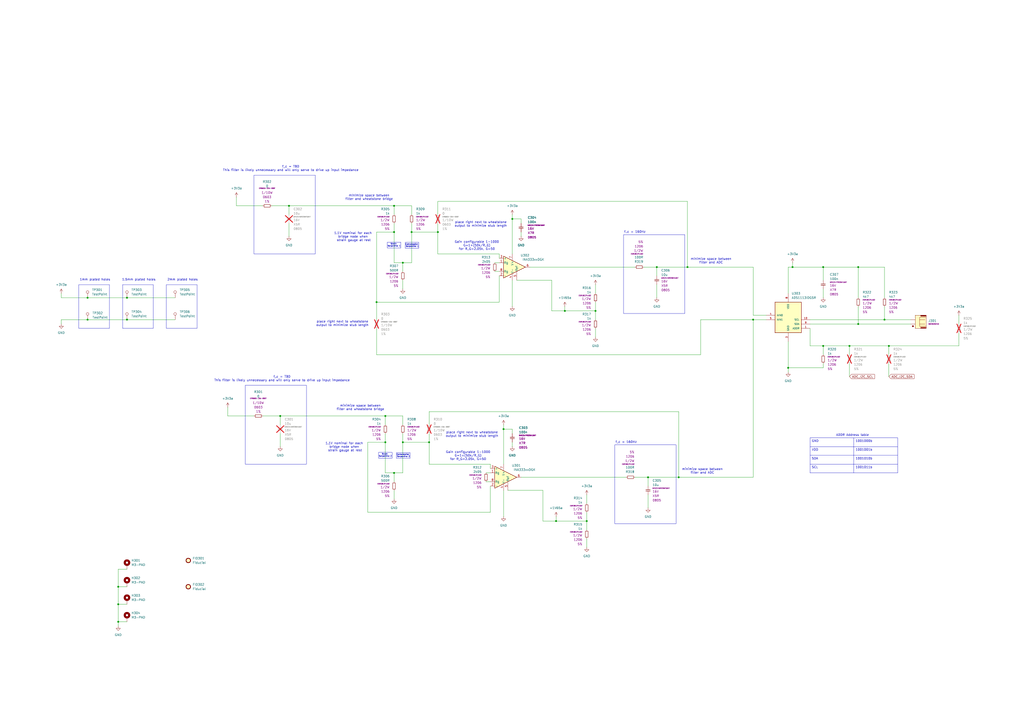
<source format=kicad_sch>
(kicad_sch (version 20250114) (generator "eeschema") (generator_version "9.0")
  (paper "A2")
  (rectangle (start 96.52 165.1) (end 114.3 190.5))
  (rectangle (start 229.9943 262.539) (end 237.8507 265.8999))
  (rectangle (start 235.0743 140.619) (end 242.9307 143.9799))
  (rectangle (start 224.6556 140.5157) (end 232.5373 143.8592))
  (rectangle (start 142.24 223.52) (end 177.8 269.24))
  (rectangle (start 45.72 165.1) (end 63.5 190.5))
  (rectangle (start 219.5756 262.4357) (end 227.4573 265.7792))
  (rectangle (start 361.696 136.144) (end 397.256 181.864))
  (rectangle (start 356.616 258.064) (end 392.176 303.784))
  (rectangle (start 71.12 165.1) (end 88.9 190.5))
  (rectangle (start 147.32 101.6) (end 182.88 147.32))
  (text "place right next to wheatstone\noutput to minimize stub length" (at 198.628 187.706 0) (effects (font (size 1.27 1.27))))
  (text "2mm plated holes\n" (at 105.918 162.306 0) (effects (font (size 1.27 1.27))))
  (text "Gain configurable 1-1000\nG=1+(50k/R_G)\nfor R_G=2.05k, G=50" (at 276.606 142.494 0) (effects (font (size 1.27 1.27))))
  (text "Compression \nSerpentine 1" (at 239.1227 142.4586 0) (effects (font (size 0.762 0.762))))
  (text "Strain \nSerpentine 2" (at 223.52 264.16 0) (effects (font (size 0.762 0.762))))
  (text "f_c = 160Hz" (at 368.3 134.62 0) (effects (font (size 1.27 1.27))))
  (text "Compression \nSerpentine 2" (at 234.0427 264.3786 0) (effects (font (size 0.762 0.762))))
  (text "1mm plated holes\n" (at 55.118 162.306 0) (effects (font (size 1.27 1.27))))
  (text "f_c = TBD\nThis filter is likely unnecessary and will only serve to drive up input impedance" (at 168.656 97.79 0) (effects (font (size 1.27 1.27))))
  (text "Gain configurable 1-1000\nG=1+(50k/R_G)\nfor R_G=2.05k, G=50" (at 271.526 264.414 0) (effects (font (size 1.27 1.27))))
  (text "f_c = TBD\nThis filter is likely unnecessary and will only serve to drive up input impedance" (at 163.576 219.71 0) (effects (font (size 1.27 1.27))))
  (text "place right next to wheatstone\noutput to minimize stub length" (at 278.892 130.048 0) (effects (font (size 1.27 1.27))))
  (text "minimize space between\nfilter and ADC\n" (at 412.496 151.384 0) (effects (font (size 1.27 1.27))))
  (text "1.5mm plated holes\n" (at 80.518 162.306 0) (effects (font (size 1.27 1.27))))
  (text "place right next to wheatstone\noutput to minimize stub length" (at 273.812 251.968 0) (effects (font (size 1.27 1.27))))
  (text "f_c = 160Hz" (at 363.22 256.54 0) (effects (font (size 1.27 1.27))))
  (text "1.1V nominal for each \nbridge node when \nstrain gauge at rest" (at 200.152 259.334 0) (effects (font (size 1.27 1.27))))
  (text "minimize space between\nfilter and wheatstone bridge" (at 209.042 236.474 0) (effects (font (size 1.27 1.27))))
  (text "1.1V nominal for each \nbridge node when \nstrain gauge at rest" (at 205.232 137.414 0) (effects (font (size 1.27 1.27))))
  (text "minimize space between\nfilter and ADC\n" (at 407.416 273.304 0) (effects (font (size 1.27 1.27))))
  (text "Strain \nSerpentine 1" (at 228.6 142.24 0) (effects (font (size 0.762 0.762))))
  (text "ADDR Address table" (at 494.538 252.476 0) (effects (font (size 1.27 1.27))))
  (text "minimize space between\nfilter and wheatstone bridge" (at 214.122 114.554 0) (effects (font (size 1.27 1.27))))
  (junction (at 513.08 185.42))
  (junction (at 327.66 180.34))
  (junction (at 228.6 119.38))
  (junction (at 233.68 152.4))
  (junction (at 50.8 185.42))
  (junction (at 167.64 119.38))
  (junction (at 497.84 154.94))
  (junction (at 393.7 276.86))
  (junction (at 457.2 213.36))
  (junction (at 515.62 200.66))
  (junction (at 477.52 200.66))
  (junction (at 398.78 154.94))
  (junction (at 73.66 185.42))
  (junction (at 381 154.94))
  (junction (at 322.58 302.26))
  (junction (at 345.44 180.34))
  (junction (at 477.52 154.94))
  (junction (at 248.92 256.54))
  (junction (at 497.84 187.96))
  (junction (at 223.52 256.54))
  (junction (at 68.58 350.52))
  (junction (at 218.44 175.26))
  (junction (at 228.6 274.32))
  (junction (at 340.36 302.26))
  (junction (at 436.88 185.42))
  (junction (at 228.6 134.62))
  (junction (at 68.58 340.36))
  (junction (at 238.76 134.62))
  (junction (at 292.1 248.92))
  (junction (at 233.68 256.54))
  (junction (at 68.58 360.68))
  (junction (at 50.8 172.72))
  (junction (at 297.18 127))
  (junction (at 492.76 200.66))
  (junction (at 375.92 276.86))
  (junction (at 73.66 172.72))
  (junction (at 254 134.62))
  (junction (at 162.56 241.3))
  (junction (at 459.74 154.94))
  (junction (at 223.52 241.3))
  (wire (pts (xy 436.88 182.88) (xy 444.5 182.88)))
  (wire (pts (xy 35.56 170.18) (xy 35.56 172.72)))
  (wire (pts (xy 513.08 172.72) (xy 513.08 154.94)))
  (wire (pts (xy 314.96 302.26) (xy 322.58 302.26)))
  (wire (pts (xy 297.18 251.46) (xy 297.18 248.92)))
  (wire (pts (xy 73.66 360.68) (xy 68.58 360.68)))
  (wire (pts (xy 381 165.1) (xy 381 172.72)))
  (wire (pts (xy 287.02 152.4) (xy 289.56 152.4)))
  (wire (pts (xy 50.8 172.72) (xy 73.66 172.72)))
  (wire (pts (xy 73.66 172.72) (xy 101.6 172.72)))
  (wire (pts (xy 375.92 276.86) (xy 375.92 281.94)))
  (wire (pts (xy 492.76 200.66) (xy 515.62 200.66)))
  (wire (pts (xy 68.58 350.52) (xy 68.58 360.68)))
  (wire (pts (xy 284.48 269.24) (xy 284.48 271.78)))
  (wire (pts (xy 223.52 251.46) (xy 223.52 256.54)))
  (wire (pts (xy 287.02 157.48) (xy 289.56 157.48)))
  (wire (pts (xy 167.64 119.38) (xy 228.6 119.38)))
  (wire (pts (xy 228.6 119.38) (xy 228.6 124.46)))
  (wire (pts (xy 469.9 185.42) (xy 513.08 185.42)))
  (wire (pts (xy 497.84 172.72) (xy 497.84 154.94)))
  (wire (pts (xy 218.44 205.74) (xy 218.44 190.5)))
  (wire (pts (xy 162.56 251.46) (xy 162.56 259.08)))
  (wire (pts (xy 457.2 154.94) (xy 457.2 170.18)))
  (wire (pts (xy 223.52 256.54) (xy 213.36 256.54)))
  (wire (pts (xy 444.5 185.42) (xy 436.88 185.42)))
  (wire (pts (xy 477.52 154.94) (xy 477.52 162.56)))
  (wire (pts (xy 223.52 256.54) (xy 223.52 274.32)))
  (wire (pts (xy 152.4 241.3) (xy 162.56 241.3)))
  (wire (pts (xy 459.74 152.4) (xy 459.74 154.94)))
  (wire (pts (xy 398.78 154.94) (xy 436.88 154.94)))
  (wire (pts (xy 284.48 297.18) (xy 284.48 281.94)))
  (wire (pts (xy 345.44 190.5) (xy 345.44 195.58)))
  (wire (pts (xy 248.92 256.54) (xy 248.92 251.46)))
  (wire (pts (xy 228.6 119.38) (xy 238.76 119.38)))
  (wire (pts (xy 157.48 119.38) (xy 167.64 119.38)))
  (wire (pts (xy 515.62 205.74) (xy 515.62 200.66)))
  (wire (pts (xy 340.36 297.18) (xy 340.36 302.26)))
  (wire (pts (xy 302.26 127) (xy 297.18 127)))
  (wire (pts (xy 162.56 241.3) (xy 162.56 246.38)))
  (wire (pts (xy 248.92 238.76) (xy 393.7 238.76)))
  (wire (pts (xy 68.58 330.2) (xy 68.58 340.36)))
  (wire (pts (xy 228.6 129.54) (xy 228.6 134.62)))
  (wire (pts (xy 35.56 187.96) (xy 35.56 185.42)))
  (wire (pts (xy 167.64 129.54) (xy 167.64 137.16)))
  (wire (pts (xy 314.96 302.26) (xy 314.96 284.48)))
  (wire (pts (xy 73.66 330.2) (xy 68.58 330.2)))
  (wire (pts (xy 340.36 312.42) (xy 340.36 317.5)))
  (wire (pts (xy 68.58 340.36) (xy 73.66 340.36)))
  (wire (pts (xy 477.52 167.64) (xy 477.52 172.72)))
  (wire (pts (xy 515.62 200.66) (xy 556.26 200.66)))
  (wire (pts (xy 292.1 248.92) (xy 292.1 269.24)))
  (wire (pts (xy 459.74 154.94) (xy 477.52 154.94)))
  (wire (pts (xy 297.18 124.46) (xy 297.18 127)))
  (wire (pts (xy 302.26 134.62) (xy 302.26 137.16)))
  (wire (pts (xy 327.66 180.34) (xy 345.44 180.34)))
  (wire (pts (xy 477.52 200.66) (xy 469.9 200.66)))
  (wire (pts (xy 457.2 215.9) (xy 457.2 213.36)))
  (wire (pts (xy 228.6 274.32) (xy 228.6 279.4)))
  (wire (pts (xy 137.16 119.38) (xy 152.4 119.38)))
  (wire (pts (xy 223.52 241.3) (xy 233.68 241.3)))
  (wire (pts (xy 497.84 177.8) (xy 497.84 187.96)))
  (wire (pts (xy 297.18 248.92) (xy 292.1 248.92)))
  (wire (pts (xy 228.6 284.48) (xy 228.6 289.56)))
  (wire (pts (xy 292.1 284.48) (xy 292.1 299.72)))
  (wire (pts (xy 345.44 180.34) (xy 345.44 185.42)))
  (wire (pts (xy 457.2 213.36) (xy 477.52 213.36)))
  (wire (pts (xy 35.56 185.42) (xy 50.8 185.42)))
  (wire (pts (xy 375.92 276.86) (xy 393.7 276.86)))
  (wire (pts (xy 320.04 180.34) (xy 327.66 180.34)))
  (wire (pts (xy 73.66 185.42) (xy 101.6 185.42)))
  (wire (pts (xy 233.68 152.4) (xy 238.76 152.4)))
  (wire (pts (xy 393.7 276.86) (xy 436.88 276.86)))
  (wire (pts (xy 248.92 246.38) (xy 248.92 238.76)))
  (wire (pts (xy 477.52 154.94) (xy 497.84 154.94)))
  (wire (pts (xy 345.44 165.1) (xy 345.44 170.18)))
  (wire (pts (xy 223.52 241.3) (xy 223.52 246.38)))
  (wire (pts (xy 167.64 119.38) (xy 167.64 124.46)))
  (wire (pts (xy 233.68 152.4) (xy 233.68 157.48)))
  (wire (pts (xy 248.92 256.54) (xy 248.92 269.24)))
  (wire (pts (xy 248.92 269.24) (xy 284.48 269.24)))
  (wire (pts (xy 132.08 236.22) (xy 132.08 241.3)))
  (wire (pts (xy 289.56 147.32) (xy 289.56 149.86)))
  (wire (pts (xy 381 154.94) (xy 398.78 154.94)))
  (wire (pts (xy 228.6 134.62) (xy 228.6 152.4)))
  (wire (pts (xy 297.18 162.56) (xy 297.18 177.8)))
  (wire (pts (xy 340.36 302.26) (xy 340.36 307.34)))
  (wire (pts (xy 35.56 172.72) (xy 50.8 172.72)))
  (wire (pts (xy 233.68 241.3) (xy 233.68 246.38)))
  (wire (pts (xy 281.94 279.4) (xy 284.48 279.4)))
  (wire (pts (xy 223.52 274.32) (xy 228.6 274.32)))
  (wire (pts (xy 436.88 154.94) (xy 436.88 182.88)))
  (wire (pts (xy 233.68 251.46) (xy 233.68 256.54)))
  (wire (pts (xy 238.76 134.62) (xy 254 134.62)))
  (wire (pts (xy 238.76 119.38) (xy 238.76 124.46)))
  (wire (pts (xy 556.26 193.04) (xy 556.26 200.66)))
  (wire (pts (xy 307.34 154.94) (xy 368.3 154.94)))
  (wire (pts (xy 322.58 302.26) (xy 340.36 302.26)))
  (wire (pts (xy 213.36 297.18) (xy 284.48 297.18)))
  (wire (pts (xy 492.76 210.82) (xy 492.76 218.44)))
  (wire (pts (xy 381 154.94) (xy 381 160.02)))
  (wire (pts (xy 373.38 154.94) (xy 381 154.94)))
  (wire (pts (xy 322.58 299.72) (xy 322.58 302.26)))
  (wire (pts (xy 228.6 152.4) (xy 233.68 152.4)))
  (wire (pts (xy 218.44 134.62) (xy 218.44 175.26)))
  (wire (pts (xy 281.94 274.32) (xy 284.48 274.32)))
  (wire (pts (xy 289.56 175.26) (xy 289.56 160.02)))
  (wire (pts (xy 513.08 185.42) (xy 528.32 185.42)))
  (wire (pts (xy 469.9 187.96) (xy 497.84 187.96)))
  (wire (pts (xy 292.1 246.38) (xy 292.1 248.92)))
  (wire (pts (xy 497.84 187.96) (xy 528.32 187.96)))
  (wire (pts (xy 492.76 205.74) (xy 492.76 200.66)))
  (wire (pts (xy 297.18 127) (xy 297.18 147.32)))
  (wire (pts (xy 477.52 210.82) (xy 477.52 213.36)))
  (wire (pts (xy 406.4 205.74) (xy 218.44 205.74)))
  (wire (pts (xy 50.8 185.42) (xy 73.66 185.42)))
  (wire (pts (xy 238.76 134.62) (xy 238.76 152.4)))
  (wire (pts (xy 556.26 182.88) (xy 556.26 187.96)))
  (wire (pts (xy 375.92 287.02) (xy 375.92 294.64)))
  (wire (pts (xy 457.2 154.94) (xy 459.74 154.94)))
  (wire (pts (xy 457.2 198.12) (xy 457.2 213.36)))
  (wire (pts (xy 497.84 154.94) (xy 513.08 154.94)))
  (wire (pts (xy 233.68 256.54) (xy 233.68 274.32)))
  (wire (pts (xy 233.68 256.54) (xy 248.92 256.54)))
  (wire (pts (xy 345.44 175.26) (xy 345.44 180.34)))
  (wire (pts (xy 213.36 256.54) (xy 213.36 297.18)))
  (wire (pts (xy 299.72 162.56) (xy 320.04 162.56)))
  (wire (pts (xy 398.78 154.94) (xy 398.78 116.84)))
  (wire (pts (xy 406.4 185.42) (xy 406.4 205.74)))
  (wire (pts (xy 340.36 287.02) (xy 340.36 292.1)))
  (wire (pts (xy 406.4 185.42) (xy 436.88 185.42)))
  (wire (pts (xy 320.04 180.34) (xy 320.04 162.56)))
  (wire (pts (xy 68.58 360.68) (xy 68.58 363.22)))
  (wire (pts (xy 254 124.46) (xy 254 116.84)))
  (wire (pts (xy 513.08 177.8) (xy 513.08 185.42)))
  (wire (pts (xy 137.16 114.3) (xy 137.16 119.38)))
  (wire (pts (xy 162.56 241.3) (xy 223.52 241.3)))
  (wire (pts (xy 132.08 241.3) (xy 147.32 241.3)))
  (wire (pts (xy 302.26 129.54) (xy 302.26 127)))
  (wire (pts (xy 477.52 205.74) (xy 477.52 200.66)))
  (wire (pts (xy 218.44 175.26) (xy 289.56 175.26)))
  (wire (pts (xy 218.44 185.42) (xy 218.44 175.26)))
  (wire (pts (xy 68.58 350.52) (xy 73.66 350.52)))
  (wire (pts (xy 254 134.62) (xy 254 147.32)))
  (wire (pts (xy 469.9 200.66) (xy 469.9 190.5)))
  (wire (pts (xy 238.76 129.54) (xy 238.76 134.62)))
  (wire (pts (xy 393.7 276.86) (xy 393.7 238.76)))
  (wire (pts (xy 68.58 340.36) (xy 68.58 350.52)))
  (wire (pts (xy 436.88 185.42) (xy 436.88 276.86)))
  (wire (pts (xy 492.76 200.66) (xy 477.52 200.66)))
  (wire (pts (xy 515.62 210.82) (xy 515.62 218.44)))
  (wire (pts (xy 254 116.84) (xy 398.78 116.84)))
  (wire (pts (xy 297.18 256.54) (xy 297.18 259.08)))
  (wire (pts (xy 368.3 276.86) (xy 375.92 276.86)))
  (wire (pts (xy 233.68 162.56) (xy 233.68 167.64)))
  (wire (pts (xy 254 134.62) (xy 254 129.54)))
  (wire (pts (xy 254 147.32) (xy 289.56 147.32)))
  (wire (pts (xy 294.64 284.48) (xy 314.96 284.48)))
  (wire (pts (xy 327.66 177.8) (xy 327.66 180.34)))
  (wire (pts (xy 228.6 134.62) (xy 218.44 134.62)))
  (wire (pts (xy 302.26 276.86) (xy 363.22 276.86)))
  (wire (pts (xy 228.6 274.32) (xy 233.68 274.32)))
  (table (column_count 2) (border (external yes) (header yes)) (separators (rows yes) (cols yes)) (column_widths 25.4 25.4) (row_heights 5.08 5.08 5.08 5.08) (cells (table_cell "GND" (at 469.9 254 0) (size 25.4 5.08) (margins 0.9525 0.9525 0.9525 0.9525) (span 1 1)) (table_cell "1001000b" (at 495.3 254 0) (size 25.4 5.08) (margins 0.9525 0.9525 0.9525 0.9525) (span 1 1)) (table_cell "VDD" (at 469.9 259.08 0) (size 25.4 5.08) (margins 0.9525 0.9525 0.9525 0.9525) (span 1 1)) (table_cell "1001001b" (at 495.3 259.08 0) (size 25.4 5.08) (margins 0.9525 0.9525 0.9525 0.9525) (span 1 1)) (table_cell "SDA" (at 469.9 264.16 0) (size 25.4 5.08) (margins 0.9525 0.9525 0.9525 0.9525) (span 1 1)) (table_cell "1001010b" (at 495.3 264.16 0) (size 25.4 5.08) (margins 0.9525 0.9525 0.9525 0.9525) (span 1 1)) (table_cell "SCL" (at 469.9 269.24 0) (size 25.4 5.08) (margins 0.9525 0.9525 0.9525 0.9525) (span 1 1)) (table_cell "1001011b" (at 495.3 269.24 0) (size 25.4 5.08) (margins 0.9525 0.9525 0.9525 0.9525) (span 1 1))))
  (global_label "ADC_I2C_SDA" (shape input) (at 515.62 218.44 0) (property "Intersheetrefs" "${INTERSHEET_REFS}" (effects (hide yes))))
  (global_label "ADC_I2C_SCL" (shape input) (at 492.76 218.44 0) (property "Intersheetrefs" "${INTERSHEET_REFS}" (effects (hide yes))))
  (symbol (lib_id "ulib_Mounting_Holes:Fiducial") (at 109.22 325.12 0) (unit 1)
    (property "Reference" "FID301" (at 111.76 323.8499 0) (effects (justify left)))
    (property "Value" "Fiducial" (at 111.76 326.3899 0) (effects (justify left)))
    (property "Footprint" "ulib_Mechanical:Fiducial_0.5mm_Mask1mm" (effects (hide yes)))
    (property "Description" "Fiducial Marker" (effects (hide yes)))
  )
  (symbol (lib_id "power:+3V3") (at 322.58 299.72 0) (mirror y) (unit 1)
    (property "Reference" "#PWR0316" (effects (hide yes)))
    (property "Value" "+1V65a" (at 322.58 294.64 0))
    (property "Description" "Power symbol creates a global label with name \"+3V3\"" (effects (hide yes)))
  )
  (symbol (lib_id "ulib_Resistor_SMD_0.5W:1k") (at 281.94 279.4 0) (mirror x) (unit 1)
    (property "Reference" "R312" (at 279.4 271.1449 0) (effects (justify right)))
    (property "Value" "2k05" (at 279.4 273.6849 0) (effects (justify right)))
    (property "Footprint" "ulib_Resistors_SMD:R_1206_3216Metric" (effects (hide yes)))
    (property "Datasheet" "https://fscdn.rohm.com/en/products/databook/datasheet/passive/resistor/chip_resistor/esr-e.pdf" (effects (hide yes)))
    (property "Description" "1/2W 1k 5% SMD Resistor - Thick Film Anti-Surge" (effects (hide yes)))
    (property "Mfr PN" "ESR18EZPJ102" (at 279.4 275.59 0) (effects (font (size 0.635 0.635)) (justify right)))
    (property "Power" "1/2W" (at 279.4 277.4949 0) (effects (justify right)))
    (property "Package" "1206" (at 279.4 280.0349 0) (effects (justify right)))
    (property "Tolerance" "5%" (at 279.4 282.5749 0) (effects (justify right)))
  )
  (symbol (lib_id "power:+3V3") (at 556.26 182.88 0) (unit 1)
    (property "Reference" "#PWR0327" (effects (hide yes)))
    (property "Value" "+3V3a" (at 556.26 177.8 0))
    (property "Description" "Power symbol creates a global label with name \"+3V3\"" (effects (hide yes)))
  )
  (symbol (lib_id "ulib_Resistor_SMD_0.5W:1k") (at 238.76 129.54 180) (unit 1)
    (property "Reference" "R309" (at 241.3 121.2849 0) (effects (justify right)))
    (property "Value" "1k" (at 241.3 123.8249 0) (effects (justify right)))
    (property "Footprint" "ulib_Resistors_SMD:R_1206_3216Metric" (effects (hide yes)))
    (property "Datasheet" "https://fscdn.rohm.com/en/products/databook/datasheet/passive/resistor/chip_resistor/esr-e.pdf" (effects (hide yes)))
    (property "Description" "1/2W 1k 5% SMD Resistor - Thick Film Anti-Surge" (effects (hide yes)))
    (property "Mfr PN" "ESR18EZPJ102" (at 241.3 125.73 0) (effects (font (size 0.635 0.635)) (justify right)))
    (property "Power" "1/2W" (at 241.3 127.6349 0) (effects (justify right)))
    (property "Package" "1206" (at 241.3 130.1749 0) (effects (justify right)))
    (property "Tolerance" "5%" (at 241.3 132.7149 0) (effects (justify right)))
  )
  (symbol (lib_id "Connector:TestPoint") (at 101.6 172.72 0) (unit 1)
    (property "Reference" "TP305" (at 104.14 168.1479 0) (effects (justify left)))
    (property "Value" "TestPoint" (at 104.14 170.6879 0) (effects (justify left)))
    (property "Footprint" "TestPoint:TestPoint_THTPad_D4.0mm_Drill2.0mm" (effects (hide yes)))
    (property "Description" "test point" (effects (hide yes)))
  )
  (symbol (lib_id "ulib_Resistor_SMD_0.1W:0") (at 157.48 119.38 270) (unit 1)
    (property "Reference" "R302" (at 154.94 105.41 90))
    (property "Value" "0" (at 154.94 107.95 90))
    (property "Footprint" "ulib_Resistors_SMD:R_0603_1608Metric" (effects (hide yes)))
    (property "Datasheet" "https://page.venkel.com/hubfs/Resources/Datasheets/CR-Series.pdf" (effects (hide yes)))
    (property "Description" "1/10W 0 1% SMD Resistor - Thick Film" (effects (hide yes)))
    (property "Mfr PN" "CR0603-10W-000T" (at 154.94 109.22 90) (effects (font (size 0.635 0.635))))
    (property "Power" "1/10W" (at 154.94 111.76 90))
    (property "Package" "0603" (at 154.94 114.3 90))
    (property "Tolerance" "1%" (at 154.94 116.84 90))
  )
  (symbol (lib_id "ulib_Resistor_SMD_0.5W:1k") (at 287.02 157.48 0) (mirror x) (unit 1)
    (property "Reference" "R313" (at 284.48 149.2249 0) (effects (justify right)))
    (property "Value" "2k05" (at 284.48 151.7649 0) (effects (justify right)))
    (property "Footprint" "ulib_Resistors_SMD:R_1206_3216Metric" (effects (hide yes)))
    (property "Datasheet" "https://fscdn.rohm.com/en/products/databook/datasheet/passive/resistor/chip_resistor/esr-e.pdf" (effects (hide yes)))
    (property "Description" "1/2W 1k 5% SMD Resistor - Thick Film Anti-Surge" (effects (hide yes)))
    (property "Mfr PN" "ESR18EZPJ102" (at 284.48 153.67 0) (effects (font (size 0.635 0.635)) (justify right)))
    (property "Power" "1/2W" (at 284.48 155.5749 0) (effects (justify right)))
    (property "Package" "1206" (at 284.48 158.1149 0) (effects (justify right)))
    (property "Tolerance" "5%" (at 284.48 160.6549 0) (effects (justify right)))
  )
  (symbol (lib_id "ulib_Resistor_SMD_0.1W:0") (at 218.44 185.42 0) (unit 1) (in_bom no) (dnp yes)
    (property "Reference" "R303" (at 220.98 182.2449 0) (effects (justify left)))
    (property "Value" "0" (at 220.98 184.7849 0) (effects (justify left)))
    (property "Footprint" "ulib_Resistors_SMD:R_0603_1608Metric" (effects (hide yes)))
    (property "Datasheet" "https://page.venkel.com/hubfs/Resources/Datasheets/CR-Series.pdf" (effects (hide yes)))
    (property "Description" "1/10W 0 1% SMD Resistor - Thick Film" (effects (hide yes)))
    (property "Mfr PN" "CR0603-10W-000T" (at 220.98 186.69 0) (effects (font (size 0.635 0.635)) (justify left)))
    (property "Power" "1/10W" (at 220.98 188.5949 0) (effects (justify left)))
    (property "Package" "0603" (at 220.98 191.1349 0) (effects (justify left)))
    (property "Tolerance" "1%" (at 220.98 193.6749 0) (effects (justify left)))
  )
  (symbol (lib_id "ulib_Resistor_SMD_0.5W:1k") (at 345.44 175.26 0) (mirror x) (unit 1)
    (property "Reference" "R316" (at 342.9 167.0049 0) (effects (justify right)))
    (property "Value" "1k" (at 342.9 169.5449 0) (effects (justify right)))
    (property "Footprint" "ulib_Resistors_SMD:R_1206_3216Metric" (effects (hide yes)))
    (property "Datasheet" "https://fscdn.rohm.com/en/products/databook/datasheet/passive/resistor/chip_resistor/esr-e.pdf" (effects (hide yes)))
    (property "Description" "1/2W 1k 5% SMD Resistor - Thick Film Anti-Surge" (effects (hide yes)))
    (property "Mfr PN" "ESR18EZPJ102" (at 342.9 171.45 0) (effects (font (size 0.635 0.635)) (justify right)))
    (property "Power" "1/2W" (at 342.9 173.3549 0) (effects (justify right)))
    (property "Package" "1206" (at 342.9 175.8949 0) (effects (justify right)))
    (property "Tolerance" "5%" (at 342.9 178.4349 0) (effects (justify right)))
  )
  (symbol (lib_id "power:GND") (at 167.64 137.16 0) (unit 1)
    (property "Reference" "#PWR0307" (effects (hide yes)))
    (property "Value" "GND" (at 167.64 142.24 0))
    (property "Description" "Power symbol creates a global label with name \"GND\" , ground" (effects (hide yes)))
  )
  (symbol (lib_id "ulib_Resistor_SMD_0.5W:1k") (at 515.62 210.82 180) (unit 1) (in_bom no) (dnp yes)
    (property "Reference" "R324" (at 518.16 202.5649 0) (effects (justify right)))
    (property "Value" "1k" (at 518.16 205.1049 0) (effects (justify right)))
    (property "Footprint" "ulib_Resistors_SMD:R_1206_3216Metric" (effects (hide yes)))
    (property "Datasheet" "https://fscdn.rohm.com/en/products/databook/datasheet/passive/resistor/chip_resistor/esr-e.pdf" (effects (hide yes)))
    (property "Description" "1/2W 1k 5% SMD Resistor - Thick Film Anti-Surge" (effects (hide yes)))
    (property "Mfr PN" "ESR18EZPJ102" (at 518.16 207.01 0) (effects (font (size 0.635 0.635)) (justify right)))
    (property "Power" "1/2W" (at 518.16 208.9149 0) (effects (justify right)))
    (property "Package" "1206" (at 518.16 211.4549 0) (effects (justify right)))
    (property "Tolerance" "5%" (at 518.16 213.9949 0) (effects (justify right)))
  )
  (symbol (lib_id "power:GND") (at 228.6 289.56 0) (unit 1)
    (property "Reference" "#PWR0308" (effects (hide yes)))
    (property "Value" "GND" (at 228.6 294.64 0))
    (property "Description" "Power symbol creates a global label with name \"GND\" , ground" (effects (hide yes)))
  )
  (symbol (lib_id "ulib_Resistor_SMD_0.5W:1k") (at 513.08 177.8 180) (unit 1)
    (property "Reference" "R323" (at 515.62 169.5449 0) (effects (justify right)))
    (property "Value" "4k7" (at 515.62 172.0849 0) (effects (justify right)))
    (property "Footprint" "ulib_Resistors_SMD:R_1206_3216Metric" (effects (hide yes)))
    (property "Datasheet" "https://fscdn.rohm.com/en/products/databook/datasheet/passive/resistor/chip_resistor/esr-e.pdf" (effects (hide yes)))
    (property "Description" "1/2W 1k 5% SMD Resistor - Thick Film Anti-Surge" (effects (hide yes)))
    (property "Mfr PN" "ESR18EZPJ102" (at 515.62 173.99 0) (effects (font (size 0.635 0.635)) (justify right)))
    (property "Power" "1/2W" (at 515.62 175.8949 0) (effects (justify right)))
    (property "Package" "1206" (at 515.62 178.4349 0) (effects (justify right)))
    (property "Tolerance" "5%" (at 515.62 180.9749 0) (effects (justify right)))
  )
  (symbol (lib_id "ulib_Resistor_SMD_0.5W:1k") (at 228.6 284.48 0) (mirror x) (unit 1)
    (property "Reference" "R306" (at 226.06 276.2249 0) (effects (justify right)))
    (property "Value" "500R" (at 226.06 278.7649 0) (effects (justify right)))
    (property "Footprint" "ulib_Resistors_SMD:R_1206_3216Metric" (effects (hide yes)))
    (property "Datasheet" "https://fscdn.rohm.com/en/products/databook/datasheet/passive/resistor/chip_resistor/esr-e.pdf" (effects (hide yes)))
    (property "Description" "1/2W 1k 5% SMD Resistor - Thick Film Anti-Surge" (effects (hide yes)))
    (property "Mfr PN" "ESR18EZPJ102" (at 226.06 280.67 0) (effects (font (size 0.635 0.635)) (justify right)))
    (property "Power" "1/2W" (at 226.06 282.5749 0) (effects (justify right)))
    (property "Package" "1206" (at 226.06 285.1149 0) (effects (justify right)))
    (property "Tolerance" "5%" (at 226.06 287.6549 0) (effects (justify right)))
  )
  (symbol (lib_id "power:GND") (at 340.36 317.5 0) (mirror y) (unit 1)
    (property "Reference" "#PWR0319" (effects (hide yes)))
    (property "Value" "GND" (at 340.36 322.58 0))
    (property "Description" "Power symbol creates a global label with name \"GND\" , ground" (effects (hide yes)))
  )
  (symbol (lib_id "power:GND") (at 477.52 172.72 0) (unit 1)
    (property "Reference" "#PWR0326" (effects (hide yes)))
    (property "Value" "GND" (at 477.52 177.8 0))
    (property "Description" "Power symbol creates a global label with name \"GND\" , ground" (effects (hide yes)))
  )
  (symbol (lib_id "power:GND") (at 457.2 215.9 0) (unit 1)
    (property "Reference" "#PWR0324" (effects (hide yes)))
    (property "Value" "GND" (at 457.2 220.98 0))
    (property "Description" "Power symbol creates a global label with name \"GND\" , ground" (effects (hide yes)))
  )
  (symbol (lib_id "power:+3V3") (at 345.44 165.1 0) (mirror y) (unit 1)
    (property "Reference" "#PWR0320" (effects (hide yes)))
    (property "Value" "+3V3a" (at 345.44 160.02 0))
    (property "Description" "Power symbol creates a global label with name \"+3V3\"" (effects (hide yes)))
  )
  (symbol (lib_id "power:+3V3") (at 340.36 287.02 0) (mirror y) (unit 1)
    (property "Reference" "#PWR0318" (effects (hide yes)))
    (property "Value" "+3V3a" (at 340.36 281.94 0))
    (property "Description" "Power symbol creates a global label with name \"+3V3\"" (effects (hide yes)))
  )
  (symbol (lib_id "ulib_Mounting_Holes:Fiducial") (at 109.22 340.36 0) (unit 1)
    (property "Reference" "FID302" (at 111.76 339.0899 0) (effects (justify left)))
    (property "Value" "Fiducial" (at 111.76 341.6299 0) (effects (justify left)))
    (property "Footprint" "ulib_Mechanical:Fiducial_0.5mm_Mask1mm" (effects (hide yes)))
    (property "Description" "Fiducial Marker" (effects (hide yes)))
  )
  (symbol (lib_id "power:GND") (at 302.26 137.16 0) (unit 1)
    (property "Reference" "#PWR0315" (effects (hide yes)))
    (property "Value" "GND" (at 302.26 142.24 0))
    (property "Description" "Power symbol creates a global label with name \"GND\" , ground" (effects (hide yes)))
  )
  (symbol (lib_id "ulib_Resistor_SMD_0.5W:1k") (at 223.52 251.46 0) (mirror x) (unit 1)
    (property "Reference" "R304" (at 220.98 243.2049 0) (effects (justify right)))
    (property "Value" "1k" (at 220.98 245.7449 0) (effects (justify right)))
    (property "Footprint" "ulib_Resistors_SMD:R_1206_3216Metric" (effects (hide yes)))
    (property "Datasheet" "https://fscdn.rohm.com/en/products/databook/datasheet/passive/resistor/chip_resistor/esr-e.pdf" (effects (hide yes)))
    (property "Description" "1/2W 1k 5% SMD Resistor - Thick Film Anti-Surge" (effects (hide yes)))
    (property "Mfr PN" "ESR18EZPJ102" (at 220.98 247.65 0) (effects (font (size 0.635 0.635)) (justify right)))
    (property "Power" "1/2W" (at 220.98 249.5549 0) (effects (justify right)))
    (property "Package" "1206" (at 220.98 252.0949 0) (effects (justify right)))
    (property "Tolerance" "5%" (at 220.98 254.6349 0) (effects (justify right)))
  )
  (symbol (lib_id "power:+3V3") (at 137.16 114.3 0) (unit 1)
    (property "Reference" "#PWR0305" (effects (hide yes)))
    (property "Value" "+3V3a" (at 137.16 109.22 0))
    (property "Description" "Power symbol creates a global label with name \"+3V3\"" (effects (hide yes)))
  )
  (symbol (lib_id "Connector:TestPoint") (at 50.8 185.42 0) (unit 1)
    (property "Reference" "TP302" (at 53.594 181.61 0) (effects (justify left)))
    (property "Value" "TestPoint" (at 53.594 184.15 0) (effects (justify left)))
    (property "Footprint" "TestPoint:TestPoint_THTPad_D2.0mm_Drill1.0mm" (effects (hide yes)))
    (property "Description" "test point" (effects (hide yes)))
  )
  (symbol (lib_id "ulib_Resistor_SMD_0.5W:1k") (at 556.26 193.04 180) (unit 1) (in_bom no) (dnp yes)
    (property "Reference" "R325" (at 558.8 184.7849 0) (effects (justify right)))
    (property "Value" "1k" (at 558.8 187.3249 0) (effects (justify right)))
    (property "Footprint" "ulib_Resistors_SMD:R_1206_3216Metric" (effects (hide yes)))
    (property "Datasheet" "https://fscdn.rohm.com/en/products/databook/datasheet/passive/resistor/chip_resistor/esr-e.pdf" (effects (hide yes)))
    (property "Description" "1/2W 1k 5% SMD Resistor - Thick Film Anti-Surge" (effects (hide yes)))
    (property "Mfr PN" "ESR18EZPJ102" (at 558.8 189.23 0) (effects (font (size 0.635 0.635)) (justify right)))
    (property "Power" "1/2W" (at 558.8 191.1349 0) (effects (justify right)))
    (property "Package" "1206" (at 558.8 193.6749 0) (effects (justify right)))
    (property "Tolerance" "5%" (at 558.8 196.2149 0) (effects (justify right)))
  )
  (symbol (lib_id "ulib_Resistor_SMD_0.1W:0") (at 248.92 246.38 0) (unit 1) (in_bom no) (dnp yes)
    (property "Reference" "R310" (at 251.46 243.2049 0) (effects (justify left)))
    (property "Value" "0" (at 251.46 245.7449 0) (effects (justify left)))
    (property "Footprint" "ulib_Resistors_SMD:R_0603_1608Metric" (effects (hide yes)))
    (property "Datasheet" "https://page.venkel.com/hubfs/Resources/Datasheets/CR-Series.pdf" (effects (hide yes)))
    (property "Description" "1/10W 0 1% SMD Resistor - Thick Film" (effects (hide yes)))
    (property "Mfr PN" "CR0603-10W-000T" (at 251.46 247.65 0) (effects (font (size 0.635 0.635)) (justify left)))
    (property "Power" "1/10W" (at 251.46 249.5549 0) (effects (justify left)))
    (property "Package" "0603" (at 251.46 252.0949 0) (effects (justify left)))
    (property "Tolerance" "1%" (at 251.46 254.6349 0) (effects (justify left)))
  )
  (symbol (lib_id "Capacitor 12V Picogrid:2.2u") (at 477.52 162.56 0) (unit 1)
    (property "Reference" "C307" (at 481.33 159.258 0) (effects (justify left)))
    (property "Value" "100n" (at 481.33 161.798 0) (effects (justify left)))
    (property "Footprint" "ulib_Capacitor_SMD:C_0805_2012Metric" (effects (hide yes)))
    (property "Datasheet" "http://www.calchipelectronics.com/pdf/gmc_series.pdf" (effects (hide yes)))
    (property "Description" "16V; X7R; 10%; 0805; GMC21X7R225K16NT" (effects (hide yes)))
    (property "Mfr PN" "GMC21X7R225K16NT" (at 481.33 163.7031 0) (effects (font (size 0.635 0.635)) (justify left)))
    (property "Voltage" "16V" (at 481.33 165.608 0) (effects (justify left)))
    (property "Dielectric" "X7R" (at 481.33 168.148 0) (effects (justify left)))
    (property "Package" "0805" (at 481.33 170.688 0) (effects (justify left)))
  )
  (symbol (lib_id "Capacitor 12V Picogrid:22u") (at 167.64 124.46 0) (unit 1) (in_bom no) (dnp yes)
    (property "Reference" "C302" (at 170.18 121.2849 0) (effects (justify left)))
    (property "Value" "10u" (at 170.18 123.8249 0) (effects (justify left)))
    (property "Footprint" "ulib_Capacitor_SMD:C_0805_2012Metric" (effects (hide yes)))
    (property "Datasheet" "http://www.calchipelectronics.com/pdf/gmc_series.pdf" (effects (hide yes)))
    (property "Description" "16V; X5R; 20%; 0805; GMC21X5R226M16NT" (effects (hide yes)))
    (property "Mfr PN" "GMC21X5R226M16NT" (at 170.18 125.73 0) (effects (font (size 0.635 0.635)) (justify left)))
    (property "Voltage" "16V" (at 170.18 127.6349 0) (effects (justify left)))
    (property "Dielectric" "X5R" (at 170.18 130.1749 0) (effects (justify left)))
    (property "Package" "0805" (at 170.18 132.7149 0) (effects (justify left)))
  )
  (symbol (lib_id "ulib_Resistor_SMD_0.5W:1k") (at 492.76 210.82 180) (unit 1) (in_bom no) (dnp yes)
    (property "Reference" "R321" (at 495.3 202.5649 0) (effects (justify right)))
    (property "Value" "1k" (at 495.3 205.1049 0) (effects (justify right)))
    (property "Footprint" "ulib_Resistors_SMD:R_1206_3216Metric" (effects (hide yes)))
    (property "Datasheet" "https://fscdn.rohm.com/en/products/databook/datasheet/passive/resistor/chip_resistor/esr-e.pdf" (effects (hide yes)))
    (property "Description" "1/2W 1k 5% SMD Resistor - Thick Film Anti-Surge" (effects (hide yes)))
    (property "Mfr PN" "ESR18EZPJ102" (at 495.3 207.01 0) (effects (font (size 0.635 0.635)) (justify right)))
    (property "Power" "1/2W" (at 495.3 208.9149 0) (effects (justify right)))
    (property "Package" "1206" (at 495.3 211.4549 0) (effects (justify right)))
    (property "Tolerance" "5%" (at 495.3 213.9949 0) (effects (justify right)))
  )
  (symbol (lib_id "Capacitor 12V Picogrid:2.2u") (at 302.26 129.54 0) (unit 1)
    (property "Reference" "C304" (at 306.07 126.238 0) (effects (justify left)))
    (property "Value" "100n" (at 306.07 128.778 0) (effects (justify left)))
    (property "Footprint" "ulib_Capacitor_SMD:C_0805_2012Metric" (effects (hide yes)))
    (property "Datasheet" "http://www.calchipelectronics.com/pdf/gmc_series.pdf" (effects (hide yes)))
    (property "Description" "16V; X7R; 10%; 0805; GMC21X7R225K16NT" (effects (hide yes)))
    (property "Mfr PN" "GMC21X7R225K16NT" (at 306.07 130.6831 0) (effects (font (size 0.635 0.635)) (justify left)))
    (property "Voltage" "16V" (at 306.07 132.588 0) (effects (justify left)))
    (property "Dielectric" "X7R" (at 306.07 135.128 0) (effects (justify left)))
    (property "Package" "0805" (at 306.07 137.668 0) (effects (justify left)))
  )
  (symbol (lib_id "power:GND") (at 35.56 187.96 0) (unit 1)
    (property "Reference" "#PWR0302" (effects (hide yes)))
    (property "Value" "GND" (at 35.56 193.04 0))
    (property "Description" "Power symbol creates a global label with name \"GND\" , ground" (effects (hide yes)))
  )
  (symbol (lib_id "ulib_Resistor_SMD_0.5W:1k") (at 233.68 162.56 0) (mirror x) (unit 1)
    (property "Reference" "R307" (at 231.14 154.3049 0) (effects (justify right)))
    (property "Value" "500R" (at 231.14 156.8449 0) (effects (justify right)))
    (property "Footprint" "ulib_Resistors_SMD:R_1206_3216Metric" (effects (hide yes)))
    (property "Datasheet" "https://fscdn.rohm.com/en/products/databook/datasheet/passive/resistor/chip_resistor/esr-e.pdf" (effects (hide yes)))
    (property "Description" "1/2W 1k 5% SMD Resistor - Thick Film Anti-Surge" (effects (hide yes)))
    (property "Mfr PN" "ESR18EZPJ102" (at 231.14 158.75 0) (effects (font (size 0.635 0.635)) (justify right)))
    (property "Power" "1/2W" (at 231.14 160.6549 0) (effects (justify right)))
    (property "Package" "1206" (at 231.14 163.1949 0) (effects (justify right)))
    (property "Tolerance" "5%" (at 231.14 165.7349 0) (effects (justify right)))
  )
  (symbol (lib_id "ulib_Resistor_SMD_0.5W:1k") (at 373.38 154.94 270) (mirror x) (unit 1)
    (property "Reference" "R319" (at 373.126 151.7651 90) (effects (justify right)))
    (property "Value" "100R" (at 373.126 149.2251 90) (effects (justify right)))
    (property "Footprint" "ulib_Resistors_SMD:R_1206_3216Metric" (effects (hide yes)))
    (property "Datasheet" "https://fscdn.rohm.com/en/products/databook/datasheet/passive/resistor/chip_resistor/esr-e.pdf" (effects (hide yes)))
    (property "Description" "1/2W 1k 5% SMD Resistor - Thick Film Anti-Surge" (effects (hide yes)))
    (property "Mfr PN" "ESR18EZPJ102" (at 373.126 147.32 90) (effects (font (size 0.635 0.635)) (justify right)))
    (property "Power" "1/2W" (at 373.126 145.4151 90) (effects (justify right)))
    (property "Package" "1206" (at 373.126 142.8751 90) (effects (justify right)))
    (property "Tolerance" "5%" (at 373.126 140.3351 90) (effects (justify right)))
  )
  (symbol (lib_id "ulib_Resistor_SMD_0.5W:1k") (at 233.68 251.46 180) (unit 1)
    (property "Reference" "R308" (at 236.22 243.2049 0) (effects (justify right)))
    (property "Value" "1k" (at 236.22 245.7449 0) (effects (justify right)))
    (property "Footprint" "ulib_Resistors_SMD:R_1206_3216Metric" (effects (hide yes)))
    (property "Datasheet" "https://fscdn.rohm.com/en/products/databook/datasheet/passive/resistor/chip_resistor/esr-e.pdf" (effects (hide yes)))
    (property "Description" "1/2W 1k 5% SMD Resistor - Thick Film Anti-Surge" (effects (hide yes)))
    (property "Mfr PN" "ESR18EZPJ102" (at 236.22 247.65 0) (effects (font (size 0.635 0.635)) (justify right)))
    (property "Power" "1/2W" (at 236.22 249.5549 0) (effects (justify right)))
    (property "Package" "1206" (at 236.22 252.0949 0) (effects (justify right)))
    (property "Tolerance" "5%" (at 236.22 254.6349 0) (effects (justify right)))
  )
  (symbol (lib_id "ulib_Resistor_SMD_0.5W:1k") (at 340.36 297.18 0) (mirror x) (unit 1)
    (property "Reference" "R314" (at 337.82 288.9249 0) (effects (justify right)))
    (property "Value" "1k" (at 337.82 291.4649 0) (effects (justify right)))
    (property "Footprint" "ulib_Resistors_SMD:R_1206_3216Metric" (effects (hide yes)))
    (property "Datasheet" "https://fscdn.rohm.com/en/products/databook/datasheet/passive/resistor/chip_resistor/esr-e.pdf" (effects (hide yes)))
    (property "Description" "1/2W 1k 5% SMD Resistor - Thick Film Anti-Surge" (effects (hide yes)))
    (property "Mfr PN" "ESR18EZPJ102" (at 337.82 293.37 0) (effects (font (size 0.635 0.635)) (justify right)))
    (property "Power" "1/2W" (at 337.82 295.2749 0) (effects (justify right)))
    (property "Package" "1206" (at 337.82 297.8149 0) (effects (justify right)))
    (property "Tolerance" "5%" (at 337.82 300.3549 0) (effects (justify right)))
  )
  (symbol (lib_id "Capacitor 12V Picogrid:22u") (at 375.92 281.94 0) (unit 1)
    (property "Reference" "C305" (at 378.46 278.7649 0) (effects (justify left)))
    (property "Value" "10u" (at 378.46 281.3049 0) (effects (justify left)))
    (property "Footprint" "ulib_Capacitor_SMD:C_0805_2012Metric" (effects (hide yes)))
    (property "Datasheet" "http://www.calchipelectronics.com/pdf/gmc_series.pdf" (effects (hide yes)))
    (property "Description" "16V; X5R; 20%; 0805; GMC21X5R226M16NT" (effects (hide yes)))
    (property "Mfr PN" "GMC21X5R226M16NT" (at 378.46 283.21 0) (effects (font (size 0.635 0.635)) (justify left)))
    (property "Voltage" "16V" (at 378.46 285.1149 0) (effects (justify left)))
    (property "Dielectric" "X5R" (at 378.46 287.6549 0) (effects (justify left)))
    (property "Package" "0805" (at 378.46 290.1949 0) (effects (justify left)))
  )
  (symbol (lib_id "power:+3V3") (at 292.1 246.38 0) (unit 1)
    (property "Reference" "#PWR0310" (effects (hide yes)))
    (property "Value" "+3V3a" (at 292.1 241.3 0))
    (property "Description" "Power symbol creates a global label with name \"+3V3\"" (effects (hide yes)))
  )
  (symbol (lib_id "Connector:TestPoint") (at 73.66 172.72 0) (unit 1)
    (property "Reference" "TP303" (at 76.2 168.1479 0) (effects (justify left)))
    (property "Value" "TestPoint" (at 76.2 170.6879 0) (effects (justify left)))
    (property "Footprint" "TestPoint:TestPoint_THTPad_D3.0mm_Drill1.5mm" (effects (hide yes)))
    (property "Description" "test point" (effects (hide yes)))
  )
  (symbol (lib_id "power:+3V3") (at 35.56 170.18 0) (unit 1)
    (property "Reference" "#PWR0301" (effects (hide yes)))
    (property "Value" "+3V3a" (at 35.56 165.1 0))
    (property "Description" "Power symbol creates a global label with name \"+3V3\"" (effects (hide yes)))
  )
  (symbol (lib_id "power:+3V3") (at 132.08 236.22 0) (unit 1)
    (property "Reference" "#PWR0304" (effects (hide yes)))
    (property "Value" "+3V3a" (at 132.08 231.14 0))
    (property "Description" "Power symbol creates a global label with name \"+3V3\"" (effects (hide yes)))
  )
  (symbol (lib_id "Capacitor 12V Picogrid:22u") (at 381 160.02 0) (unit 1)
    (property "Reference" "C306" (at 383.54 156.8449 0) (effects (justify left)))
    (property "Value" "10u" (at 383.54 159.3849 0) (effects (justify left)))
    (property "Footprint" "ulib_Capacitor_SMD:C_0805_2012Metric" (effects (hide yes)))
    (property "Datasheet" "http://www.calchipelectronics.com/pdf/gmc_series.pdf" (effects (hide yes)))
    (property "Description" "16V; X5R; 20%; 0805; GMC21X5R226M16NT" (effects (hide yes)))
    (property "Mfr PN" "GMC21X5R226M16NT" (at 383.54 161.29 0) (effects (font (size 0.635 0.635)) (justify left)))
    (property "Voltage" "16V" (at 383.54 163.1949 0) (effects (justify left)))
    (property "Dielectric" "X5R" (at 383.54 165.7349 0) (effects (justify left)))
    (property "Package" "0805" (at 383.54 168.2749 0) (effects (justify left)))
  )
  (symbol (lib_id "Connector:TestPoint") (at 73.66 185.42 0) (unit 1)
    (property "Reference" "TP304" (at 76.2 180.8479 0) (effects (justify left)))
    (property "Value" "TestPoint" (at 76.2 183.3879 0) (effects (justify left)))
    (property "Footprint" "TestPoint:TestPoint_THTPad_D3.0mm_Drill1.5mm" (effects (hide yes)))
    (property "Description" "test point" (effects (hide yes)))
  )
  (symbol (lib_id "ulib_Mounting_Holes:M3 Pad") (at 73.66 327.66 0) (unit 1) (in_bom no)
    (property "Reference" "H301" (at 76.2 325.1199 0) (effects (justify left)))
    (property "Value" "M3-PAD" (at 76.2 327.6599 0) (effects (justify left)))
    (property "Footprint" "ulib_Mechanical:MountingHole_3.2mm_M3_Pad_Via" (effects (hide yes)))
    (property "Description" "Mounting Hole with pad with connection" (effects (hide yes)))
  )
  (symbol (lib_id "Amplifier_Instrumentation:INA333xxDGK") (at 297.18 154.94 0) (unit 1)
    (property "Reference" "U302" (at 304.546 148.082 0))
    (property "Value" "INA333xxDGK" (at 309.372 150.5518 0))
    (property "Footprint" "Package_SO:VSSOP-8_3x3mm_P0.65mm" (effects (hide yes)))
    (property "Datasheet" "https://www.ti.com/lit/ds/symlink/ina333.pdf" (effects (hide yes)))
    (property "Description" "Zero Drift, Micropower Instrumentation Amplifier G = 1 + 100kOhm/Rg, VSSOP-8" (effects (hide yes)))
  )
  (symbol (lib_id "power:GND") (at 292.1 299.72 0) (unit 1)
    (property "Reference" "#PWR0311" (effects (hide yes)))
    (property "Value" "GND" (at 292.1 304.8 0))
    (property "Description" "Power symbol creates a global label with name \"GND\" , ground" (effects (hide yes)))
  )
  (symbol (lib_id "power:GND") (at 375.92 294.64 0) (unit 1)
    (property "Reference" "#PWR0322" (effects (hide yes)))
    (property "Value" "GND" (at 375.92 299.72 0))
    (property "Description" "Power symbol creates a global label with name \"GND\" , ground" (effects (hide yes)))
  )
  (symbol (lib_id "ulib_Connectors_DuraClik:502352-0210") (at 528.32 187.96 90) (unit 1)
    (property "Reference" "J301" (at 538.48 186.0549 90) (effects (justify right)))
    (property "Value" "502352-0210" (effects (hide yes)))
    (property "Footprint" "ulib_Connectors_DuraClik:Molex_DuraClik_5023520210_1x02_MP_P2.00mm_Right_Angle" (effects (hide yes)))
    (property "Datasheet" "https://www.literature.molex.com/SQLImages/kelmscott/Molex/PDF_Images/987650-8742.PDF" (effects (hide yes)))
    (property "Description" "DuraClik SMD Header, Single Row, Right-Angle, 2 Circuits, Gold (Au) Plating, Natural, 0.079\" (2.00mm)" (effects (hide yes)))
    (property "Mfr PN" "5023520210" (at 538.48 187.96 90) (effects (font (size 0.635 0.635)) (justify right)))
  )
  (symbol (lib_id "ulib_Resistor_SMD_0.5W:1k") (at 368.3 276.86 270) (mirror x) (unit 1)
    (property "Reference" "R318" (at 368.046 273.6851 90) (effects (justify right)))
    (property "Value" "100R" (at 368.046 271.1451 90) (effects (justify right)))
    (property "Footprint" "ulib_Resistors_SMD:R_1206_3216Metric" (effects (hide yes)))
    (property "Datasheet" "https://fscdn.rohm.com/en/products/databook/datasheet/passive/resistor/chip_resistor/esr-e.pdf" (effects (hide yes)))
    (property "Description" "1/2W 1k 5% SMD Resistor - Thick Film Anti-Surge" (effects (hide yes)))
    (property "Mfr PN" "ESR18EZPJ102" (at 368.046 269.24 90) (effects (font (size 0.635 0.635)) (justify right)))
    (property "Power" "1/2W" (at 368.046 267.3351 90) (effects (justify right)))
    (property "Package" "1206" (at 368.046 264.7951 90) (effects (justify right)))
    (property "Tolerance" "5%" (at 368.046 262.2551 90) (effects (justify right)))
  )
  (symbol (lib_id "ulib_Resistor_SMD_0.5W:1k") (at 345.44 190.5 0) (mirror x) (unit 1)
    (property "Reference" "R317" (at 342.9 182.2449 0) (effects (justify right)))
    (property "Value" "1k" (at 342.9 184.7849 0) (effects (justify right)))
    (property "Footprint" "ulib_Resistors_SMD:R_1206_3216Metric" (effects (hide yes)))
    (property "Datasheet" "https://fscdn.rohm.com/en/products/databook/datasheet/passive/resistor/chip_resistor/esr-e.pdf" (effects (hide yes)))
    (property "Description" "1/2W 1k 5% SMD Resistor - Thick Film Anti-Surge" (effects (hide yes)))
    (property "Mfr PN" "ESR18EZPJ102" (at 342.9 186.69 0) (effects (font (size 0.635 0.635)) (justify right)))
    (property "Power" "1/2W" (at 342.9 188.5949 0) (effects (justify right)))
    (property "Package" "1206" (at 342.9 191.1349 0) (effects (justify right)))
    (property "Tolerance" "5%" (at 342.9 193.6749 0) (effects (justify right)))
  )
  (symbol (lib_id "ulib_Resistor_SMD_0.5W:1k") (at 477.52 210.82 180) (unit 1)
    (property "Reference" "R320" (at 480.06 202.5649 0) (effects (justify right)))
    (property "Value" "1k" (at 480.06 205.1049 0) (effects (justify right)))
    (property "Footprint" "ulib_Resistors_SMD:R_1206_3216Metric" (effects (hide yes)))
    (property "Datasheet" "https://fscdn.rohm.com/en/products/databook/datasheet/passive/resistor/chip_resistor/esr-e.pdf" (effects (hide yes)))
    (property "Description" "1/2W 1k 5% SMD Resistor - Thick Film Anti-Surge" (effects (hide yes)))
    (property "Mfr PN" "ESR18EZPJ102" (at 480.06 207.01 0) (effects (font (size 0.635 0.635)) (justify right)))
    (property "Power" "1/2W" (at 480.06 208.9149 0) (effects (justify right)))
    (property "Package" "1206" (at 480.06 211.4549 0) (effects (justify right)))
    (property "Tolerance" "5%" (at 480.06 213.9949 0) (effects (justify right)))
  )
  (symbol (lib_id "ulib_Resistor_SMD_0.1W:0") (at 254 124.46 0) (unit 1) (in_bom no) (dnp yes)
    (property "Reference" "R311" (at 256.54 121.2849 0) (effects (justify left)))
    (property "Value" "0" (at 256.54 123.8249 0) (effects (justify left)))
    (property "Footprint" "ulib_Resistors_SMD:R_0603_1608Metric" (effects (hide yes)))
    (property "Datasheet" "https://page.venkel.com/hubfs/Resources/Datasheets/CR-Series.pdf" (effects (hide yes)))
    (property "Description" "1/10W 0 1% SMD Resistor - Thick Film" (effects (hide yes)))
    (property "Mfr PN" "CR0603-10W-000T" (at 256.54 125.73 0) (effects (font (size 0.635 0.635)) (justify left)))
    (property "Power" "1/10W" (at 256.54 127.6349 0) (effects (justify left)))
    (property "Package" "0603" (at 256.54 130.1749 0) (effects (justify left)))
    (property "Tolerance" "1%" (at 256.54 132.7149 0) (effects (justify left)))
  )
  (symbol (lib_id "ulib_ADC_12b_16ch:ADS1113IDGSR") (at 449.58 175.26 0) (unit 1)
    (property "Reference" "U303" (at 459.1686 170.18 0) (effects (justify left)))
    (property "Value" "ADS1113IDGSR" (at 459.1686 172.72 0) (effects (justify left)))
    (property "Footprint" "ulib_Package_SO:SOP50P490X110-10N" (effects (hide yes)))
  )
  (symbol (lib_id "Connector:TestPoint") (at 50.8 172.72 0) (unit 1)
    (property "Reference" "TP301" (at 53.34 168.1479 0) (effects (justify left)))
    (property "Value" "TestPoint" (at 53.34 170.6879 0) (effects (justify left)))
    (property "Footprint" "TestPoint:TestPoint_THTPad_D2.0mm_Drill1.0mm" (effects (hide yes)))
    (property "Description" "test point" (effects (hide yes)))
  )
  (symbol (lib_id "Connector:TestPoint") (at 101.6 185.42 0) (unit 1)
    (property "Reference" "TP306" (at 104.14 180.8479 0) (effects (justify left)))
    (property "Value" "TestPoint" (at 104.14 183.3879 0) (effects (justify left)))
    (property "Footprint" "TestPoint:TestPoint_THTPad_D4.0mm_Drill2.0mm" (effects (hide yes)))
    (property "Description" "test point" (effects (hide yes)))
  )
  (symbol (lib_id "Capacitor 12V Picogrid:2.2u") (at 297.18 251.46 0) (unit 1)
    (property "Reference" "C303" (at 300.99 248.158 0) (effects (justify left)))
    (property "Value" "100n" (at 300.99 250.698 0) (effects (justify left)))
    (property "Footprint" "ulib_Capacitor_SMD:C_0805_2012Metric" (effects (hide yes)))
    (property "Datasheet" "http://www.calchipelectronics.com/pdf/gmc_series.pdf" (effects (hide yes)))
    (property "Description" "16V; X7R; 10%; 0805; GMC21X7R225K16NT" (effects (hide yes)))
    (property "Mfr PN" "GMC21X7R225K16NT" (at 300.99 252.6031 0) (effects (font (size 0.635 0.635)) (justify left)))
    (property "Voltage" "16V" (at 300.99 254.508 0) (effects (justify left)))
    (property "Dielectric" "X7R" (at 300.99 257.048 0) (effects (justify left)))
    (property "Package" "0805" (at 300.99 259.588 0) (effects (justify left)))
  )
  (symbol (lib_id "power:+3V3") (at 459.74 152.4 0) (unit 1)
    (property "Reference" "#PWR0325" (effects (hide yes)))
    (property "Value" "+3V3a" (at 459.74 147.32 0))
    (property "Description" "Power symbol creates a global label with name \"+3V3\"" (effects (hide yes)))
  )
  (symbol (lib_id "power:GND") (at 381 172.72 0) (unit 1)
    (property "Reference" "#PWR0323" (effects (hide yes)))
    (property "Value" "GND" (at 381 177.8 0))
    (property "Description" "Power symbol creates a global label with name \"GND\" , ground" (effects (hide yes)))
  )
  (symbol (lib_id "power:GND") (at 162.56 259.08 0) (unit 1)
    (property "Reference" "#PWR0306" (effects (hide yes)))
    (property "Value" "GND" (at 162.56 264.16 0))
    (property "Description" "Power symbol creates a global label with name \"GND\" , ground" (effects (hide yes)))
  )
  (symbol (lib_id "power:+3V3") (at 327.66 177.8 0) (mirror y) (unit 1)
    (property "Reference" "#PWR0317" (effects (hide yes)))
    (property "Value" "+1V65a" (at 327.66 172.72 0))
    (property "Description" "Power symbol creates a global label with name \"+3V3\"" (effects (hide yes)))
  )
  (symbol (lib_id "ulib_Resistor_SMD_0.5W:1k") (at 497.84 177.8 180) (unit 1)
    (property "Reference" "R322" (at 500.38 169.5449 0) (effects (justify right)))
    (property "Value" "4k7" (at 500.38 172.0849 0) (effects (justify right)))
    (property "Footprint" "ulib_Resistors_SMD:R_1206_3216Metric" (effects (hide yes)))
    (property "Datasheet" "https://fscdn.rohm.com/en/products/databook/datasheet/passive/resistor/chip_resistor/esr-e.pdf" (effects (hide yes)))
    (property "Description" "1/2W 1k 5% SMD Resistor - Thick Film Anti-Surge" (effects (hide yes)))
    (property "Mfr PN" "ESR18EZPJ102" (at 500.38 173.99 0) (effects (font (size 0.635 0.635)) (justify right)))
    (property "Power" "1/2W" (at 500.38 175.8949 0) (effects (justify right)))
    (property "Package" "1206" (at 500.38 178.4349 0) (effects (justify right)))
    (property "Tolerance" "5%" (at 500.38 180.9749 0) (effects (justify right)))
  )
  (symbol (lib_id "ulib_Resistor_SMD_0.1W:0") (at 152.4 241.3 270) (unit 1)
    (property "Reference" "R301" (at 149.86 227.33 90))
    (property "Value" "0" (at 149.86 229.87 90))
    (property "Footprint" "ulib_Resistors_SMD:R_0603_1608Metric" (effects (hide yes)))
    (property "Datasheet" "https://page.venkel.com/hubfs/Resources/Datasheets/CR-Series.pdf" (effects (hide yes)))
    (property "Description" "1/10W 0 1% SMD Resistor - Thick Film" (effects (hide yes)))
    (property "Mfr PN" "CR0603-10W-000T" (at 149.86 231.14 90) (effects (font (size 0.635 0.635))))
    (property "Power" "1/10W" (at 149.86 233.68 90))
    (property "Package" "0603" (at 149.86 236.22 90))
    (property "Tolerance" "1%" (at 149.86 238.76 90))
  )
  (symbol (lib_id "ulib_Mounting_Holes:M3 Pad") (at 73.66 347.98 0) (unit 1) (in_bom no)
    (property "Reference" "H303" (at 76.2 345.4399 0) (effects (justify left)))
    (property "Value" "M3-PAD" (at 76.2 347.9799 0) (effects (justify left)))
    (property "Footprint" "ulib_Mechanical:MountingHole_3.2mm_M3_Pad_Via" (effects (hide yes)))
    (property "Description" "Mounting Hole with pad with connection" (effects (hide yes)))
  )
  (symbol (lib_id "ulib_Resistor_SMD_0.5W:1k") (at 340.36 312.42 0) (mirror x) (unit 1)
    (property "Reference" "R315" (at 337.82 304.1649 0) (effects (justify right)))
    (property "Value" "1k" (at 337.82 306.7049 0) (effects (justify right)))
    (property "Footprint" "ulib_Resistors_SMD:R_1206_3216Metric" (effects (hide yes)))
    (property "Datasheet" "https://fscdn.rohm.com/en/products/databook/datasheet/passive/resistor/chip_resistor/esr-e.pdf" (effects (hide yes)))
    (property "Description" "1/2W 1k 5% SMD Resistor - Thick Film Anti-Surge" (effects (hide yes)))
    (property "Mfr PN" "ESR18EZPJ102" (at 337.82 308.61 0) (effects (font (size 0.635 0.635)) (justify right)))
    (property "Power" "1/2W" (at 337.82 310.5149 0) (effects (justify right)))
    (property "Package" "1206" (at 337.82 313.0549 0) (effects (justify right)))
    (property "Tolerance" "5%" (at 337.82 315.5949 0) (effects (justify right)))
  )
  (symbol (lib_id "power:GND") (at 297.18 259.08 0) (unit 1)
    (property "Reference" "#PWR0314" (effects (hide yes)))
    (property "Value" "GND" (at 297.18 264.16 0))
    (property "Description" "Power symbol creates a global label with name \"GND\" , ground" (effects (hide yes)))
  )
  (symbol (lib_id "ulib_Mounting_Holes:M3 Pad") (at 73.66 337.82 0) (unit 1) (in_bom no)
    (property "Reference" "H302" (at 76.2 335.2799 0) (effects (justify left)))
    (property "Value" "M3-PAD" (at 76.2 337.8199 0) (effects (justify left)))
    (property "Footprint" "ulib_Mechanical:MountingHole_3.2mm_M3_Pad_Via" (effects (hide yes)))
    (property "Description" "Mounting Hole with pad with connection" (effects (hide yes)))
  )
  (symbol (lib_id "power:GND") (at 233.68 167.64 0) (unit 1)
    (property "Reference" "#PWR0309" (effects (hide yes)))
    (property "Value" "GND" (at 233.68 172.72 0))
    (property "Description" "Power symbol creates a global label with name \"GND\" , ground" (effects (hide yes)))
  )
  (symbol (lib_id "power:GND") (at 345.44 195.58 0) (mirror y) (unit 1)
    (property "Reference" "#PWR0321" (effects (hide yes)))
    (property "Value" "GND" (at 345.44 200.66 0))
    (property "Description" "Power symbol creates a global label with name \"GND\" , ground" (effects (hide yes)))
  )
  (symbol (lib_id "Capacitor 12V Picogrid:22u") (at 162.56 246.38 0) (unit 1) (in_bom no) (dnp yes)
    (property "Reference" "C301" (at 165.1 243.2049 0) (effects (justify left)))
    (property "Value" "10u" (at 165.1 245.7449 0) (effects (justify left)))
    (property "Footprint" "ulib_Capacitor_SMD:C_0805_2012Metric" (effects (hide yes)))
    (property "Datasheet" "http://www.calchipelectronics.com/pdf/gmc_series.pdf" (effects (hide yes)))
    (property "Description" "16V; X5R; 20%; 0805; GMC21X5R226M16NT" (effects (hide yes)))
    (property "Mfr PN" "GMC21X5R226M16NT" (at 165.1 247.65 0) (effects (font (size 0.635 0.635)) (justify left)))
    (property "Voltage" "16V" (at 165.1 249.5549 0) (effects (justify left)))
    (property "Dielectric" "X5R" (at 165.1 252.0949 0) (effects (justify left)))
    (property "Package" "0805" (at 165.1 254.6349 0) (effects (justify left)))
  )
  (symbol (lib_id "Amplifier_Instrumentation:INA333xxDGK") (at 292.1 276.86 0) (unit 1)
    (property "Reference" "U301" (at 299.466 270.002 0))
    (property "Value" "INA333xxDGK" (at 304.292 272.4718 0))
    (property "Footprint" "Package_SO:VSSOP-8_3x3mm_P0.65mm" (effects (hide yes)))
    (property "Datasheet" "https://www.ti.com/lit/ds/symlink/ina333.pdf" (effects (hide yes)))
    (property "Description" "Zero Drift, Micropower Instrumentation Amplifier G = 1 + 100kOhm/Rg, VSSOP-8" (effects (hide yes)))
  )
  (symbol (lib_id "power:GND") (at 68.58 363.22 0) (unit 1)
    (property "Reference" "#PWR0303" (effects (hide yes)))
    (property "Value" "GND" (at 68.58 368.3 0))
    (property "Description" "Power symbol creates a global label with name \"GND\" , ground" (effects (hide yes)))
  )
  (symbol (lib_id "ulib_Mounting_Holes:M3 Pad") (at 73.66 358.14 0) (unit 1) (in_bom no)
    (property "Reference" "H304" (at 76.2 355.5999 0) (effects (justify left)))
    (property "Value" "M3-PAD" (at 76.2 358.1399 0) (effects (justify left)))
    (property "Footprint" "ulib_Mechanical:MountingHole_3.2mm_M3_Pad_Via" (effects (hide yes)))
    (property "Description" "Mounting Hole with pad with connection" (effects (hide yes)))
  )
  (symbol (lib_id "ulib_Resistor_SMD_0.5W:1k") (at 228.6 129.54 0) (mirror x) (unit 1)
    (property "Reference" "R305" (at 226.06 121.2849 0) (effects (justify right)))
    (property "Value" "1k" (at 226.06 123.8249 0) (effects (justify right)))
    (property "Footprint" "ulib_Resistors_SMD:R_1206_3216Metric" (effects (hide yes)))
    (property "Datasheet" "https://fscdn.rohm.com/en/products/databook/datasheet/passive/resistor/chip_resistor/esr-e.pdf" (effects (hide yes)))
    (property "Description" "1/2W 1k 5% SMD Resistor - Thick Film Anti-Surge" (effects (hide yes)))
    (property "Mfr PN" "ESR18EZPJ102" (at 226.06 125.73 0) (effects (font (size 0.635 0.635)) (justify right)))
    (property "Power" "1/2W" (at 226.06 127.6349 0) (effects (justify right)))
    (property "Package" "1206" (at 226.06 130.1749 0) (effects (justify right)))
    (property "Tolerance" "5%" (at 226.06 132.7149 0) (effects (justify right)))
  )
  (symbol (lib_id "power:GND") (at 297.18 177.8 0) (unit 1)
    (property "Reference" "#PWR0313" (effects (hide yes)))
    (property "Value" "GND" (at 297.18 182.88 0))
    (property "Description" "Power symbol creates a global label with name \"GND\" , ground" (effects (hide yes)))
  )
  (symbol (lib_id "power:+3V3") (at 297.18 124.46 0) (unit 1)
    (property "Reference" "#PWR0312" (effects (hide yes)))
    (property "Value" "+3V3a" (at 297.18 119.38 0))
    (property "Description" "Power symbol creates a global label with name \"+3V3\"" (effects (hide yes)))
  )
)
</source>
